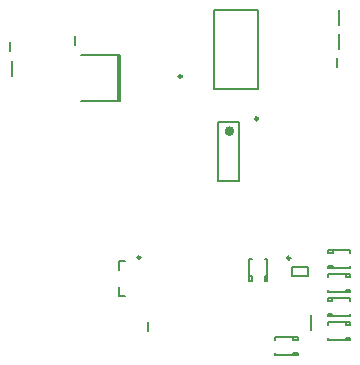
<source format=gbo>
G04*
G04 #@! TF.GenerationSoftware,Altium Limited,Altium Designer,24.5.2 (23)*
G04*
G04 Layer_Color=32896*
%FSLAX25Y25*%
%MOIN*%
G70*
G04*
G04 #@! TF.SameCoordinates,62667526-275E-49D5-B9E8-2F90AF9612E4*
G04*
G04*
G04 #@! TF.FilePolarity,Positive*
G04*
G01*
G75*
%ADD10C,0.00984*%
%ADD11C,0.00787*%
%ADD94C,0.01575*%
D10*
X109941Y86847D02*
G03*
X109941Y86847I-492J0D01*
G01*
X120693Y40390D02*
G03*
X120693Y40390I-492J0D01*
G01*
X70732Y40587D02*
G03*
X70732Y40587I-492J0D01*
G01*
X84488Y100945D02*
G03*
X84488Y100945I-492J0D01*
G01*
D11*
X103543Y66158D02*
Y85843D01*
X96457Y66158D02*
Y85843D01*
X103543D01*
X96457Y66158D02*
X103543D01*
X48807Y111425D02*
Y114575D01*
X73193Y15925D02*
Y19075D01*
X127480Y16441D02*
Y21559D01*
X123240Y13165D02*
Y13953D01*
X115760Y13165D02*
Y13953D01*
X123240Y8047D02*
Y8835D01*
X115760Y8047D02*
Y8835D01*
Y13953D02*
X123240D01*
X115760Y8047D02*
X123240D01*
X121665Y8835D02*
X123240D01*
X121665Y8047D02*
Y8835D01*
Y13165D02*
Y13953D01*
Y13165D02*
X123240D01*
X112165Y32760D02*
X112953D01*
X112165Y40240D02*
X112953D01*
X107047Y32760D02*
X107835D01*
X107047Y40240D02*
X107835D01*
X112953Y32760D02*
Y40240D01*
X107047Y32760D02*
Y40240D01*
X107835Y32760D02*
Y34335D01*
X107047D02*
X107835D01*
X112165D02*
X112953D01*
X112165Y32760D02*
Y34335D01*
X140740Y18165D02*
Y18953D01*
X133260Y18165D02*
Y18953D01*
X140740Y13047D02*
Y13835D01*
X133260Y13047D02*
Y13835D01*
Y18953D02*
X140740D01*
X133260Y13047D02*
X140740D01*
X139165Y13835D02*
X140740D01*
X139165Y13047D02*
Y13835D01*
Y18165D02*
Y18953D01*
Y18165D02*
X140740D01*
Y34165D02*
Y34953D01*
X133260Y34165D02*
Y34953D01*
X140740Y29047D02*
Y29835D01*
X133260Y29047D02*
Y29835D01*
Y34953D02*
X140740D01*
X133260Y29047D02*
X140740D01*
X139165Y29835D02*
X140740D01*
X139165Y29047D02*
Y29835D01*
Y34165D02*
Y34953D01*
Y34165D02*
X140740D01*
X133260Y37047D02*
Y37835D01*
X140740Y37047D02*
Y37835D01*
X133260Y42165D02*
Y42953D01*
X140740Y42165D02*
Y42953D01*
X133260Y37047D02*
X140740D01*
X133260Y42953D02*
X140740D01*
X133260Y42165D02*
X134835D01*
Y42953D01*
Y37047D02*
Y37835D01*
X133260D02*
X134835D01*
X133134Y21047D02*
Y21835D01*
X140614Y21047D02*
Y21835D01*
X133134Y26165D02*
Y26953D01*
X140614Y26165D02*
Y26953D01*
X133134Y21047D02*
X140614D01*
X133134Y26953D02*
X140614D01*
X133134Y26165D02*
X134709D01*
Y26953D01*
Y21047D02*
Y21835D01*
X133134D02*
X134709D01*
X121343Y34425D02*
X126657D01*
X121343Y37575D02*
X126657D01*
Y34425D02*
Y37575D01*
X121343Y34425D02*
Y37575D01*
X63744Y39406D02*
X65713D01*
X63744Y36256D02*
Y39406D01*
Y27595D02*
X65713D01*
X63744D02*
Y30744D01*
X27980Y100941D02*
Y106059D01*
X27193Y109425D02*
Y112575D01*
X136193Y103925D02*
Y107075D01*
X136980Y109941D02*
Y115059D01*
Y117941D02*
Y123059D01*
X95217Y96811D02*
X109783D01*
X95217D02*
Y123189D01*
X109783D01*
Y96811D02*
Y123189D01*
X51004Y108177D02*
X63996D01*
X51004Y92823D02*
X63996D01*
Y108177D01*
X63248Y92823D02*
Y108177D01*
D94*
X101181Y82693D02*
G03*
X101181Y82693I-787J0D01*
G01*
M02*

</source>
